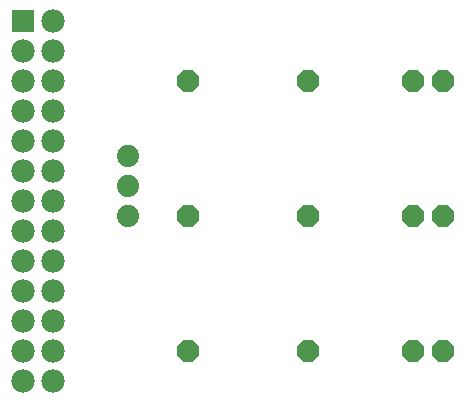
<source format=gbr>
G04 EAGLE Gerber RS-274X export*
G75*
%MOMM*%
%FSLAX34Y34*%
%LPD*%
%INSoldermask Bottom*%
%IPPOS*%
%AMOC8*
5,1,8,0,0,1.08239X$1,22.5*%
G01*
%ADD10P,2.034460X8X202.500000*%
%ADD11P,2.034460X8X22.500000*%
%ADD12C,1.879600*%
%ADD13R,1.981200X1.981200*%
%ADD14C,1.981200*%


D10*
X419100Y609600D03*
X393700Y609600D03*
X419100Y495300D03*
X393700Y495300D03*
X419100Y381000D03*
X393700Y381000D03*
D11*
X203200Y609600D03*
X304800Y609600D03*
X203200Y495300D03*
X304800Y495300D03*
X203200Y381000D03*
X304800Y381000D03*
D12*
X152400Y520700D03*
X152400Y495300D03*
X152400Y546100D03*
D13*
X63500Y660400D03*
D14*
X88900Y660400D03*
X63500Y635000D03*
X88900Y635000D03*
X63500Y609600D03*
X88900Y609600D03*
X63500Y584200D03*
X88900Y584200D03*
X63500Y558800D03*
X88900Y558800D03*
X63500Y533400D03*
X88900Y533400D03*
X63500Y508000D03*
X88900Y508000D03*
X63500Y482600D03*
X88900Y482600D03*
X63500Y457200D03*
X88900Y457200D03*
X63500Y431800D03*
X88900Y431800D03*
X63500Y406400D03*
X88900Y406400D03*
X63500Y381000D03*
X88900Y381000D03*
X63500Y355600D03*
X88900Y355600D03*
M02*

</source>
